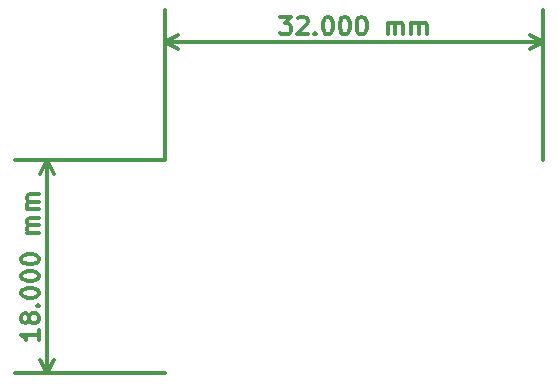
<source format=gbr>
G04 #@! TF.FileFunction,Drawing*
%FSLAX46Y46*%
G04 Gerber Fmt 4.6, Leading zero omitted, Abs format (unit mm)*
G04 Created by KiCad (PCBNEW LL-2015-09-25-git:d09c0a2-llkicadgr) date Fri 25 Sep 2015 11:15:43 PM EEST*
%MOMM*%
G01*
G04 APERTURE LIST*
%ADD10C,0.150000*%
%ADD11C,0.300000*%
G04 APERTURE END LIST*
D10*
D11*
X118328571Y-110357142D02*
X118328571Y-111214285D01*
X118328571Y-110785713D02*
X116828571Y-110785713D01*
X117042857Y-110928570D01*
X117185714Y-111071428D01*
X117257143Y-111214285D01*
X117471429Y-109499999D02*
X117400000Y-109642857D01*
X117328571Y-109714285D01*
X117185714Y-109785714D01*
X117114286Y-109785714D01*
X116971429Y-109714285D01*
X116900000Y-109642857D01*
X116828571Y-109499999D01*
X116828571Y-109214285D01*
X116900000Y-109071428D01*
X116971429Y-108999999D01*
X117114286Y-108928571D01*
X117185714Y-108928571D01*
X117328571Y-108999999D01*
X117400000Y-109071428D01*
X117471429Y-109214285D01*
X117471429Y-109499999D01*
X117542857Y-109642857D01*
X117614286Y-109714285D01*
X117757143Y-109785714D01*
X118042857Y-109785714D01*
X118185714Y-109714285D01*
X118257143Y-109642857D01*
X118328571Y-109499999D01*
X118328571Y-109214285D01*
X118257143Y-109071428D01*
X118185714Y-108999999D01*
X118042857Y-108928571D01*
X117757143Y-108928571D01*
X117614286Y-108999999D01*
X117542857Y-109071428D01*
X117471429Y-109214285D01*
X118185714Y-108285714D02*
X118257143Y-108214286D01*
X118328571Y-108285714D01*
X118257143Y-108357143D01*
X118185714Y-108285714D01*
X118328571Y-108285714D01*
X116828571Y-107285714D02*
X116828571Y-107142857D01*
X116900000Y-107000000D01*
X116971429Y-106928571D01*
X117114286Y-106857142D01*
X117400000Y-106785714D01*
X117757143Y-106785714D01*
X118042857Y-106857142D01*
X118185714Y-106928571D01*
X118257143Y-107000000D01*
X118328571Y-107142857D01*
X118328571Y-107285714D01*
X118257143Y-107428571D01*
X118185714Y-107500000D01*
X118042857Y-107571428D01*
X117757143Y-107642857D01*
X117400000Y-107642857D01*
X117114286Y-107571428D01*
X116971429Y-107500000D01*
X116900000Y-107428571D01*
X116828571Y-107285714D01*
X116828571Y-105857143D02*
X116828571Y-105714286D01*
X116900000Y-105571429D01*
X116971429Y-105500000D01*
X117114286Y-105428571D01*
X117400000Y-105357143D01*
X117757143Y-105357143D01*
X118042857Y-105428571D01*
X118185714Y-105500000D01*
X118257143Y-105571429D01*
X118328571Y-105714286D01*
X118328571Y-105857143D01*
X118257143Y-106000000D01*
X118185714Y-106071429D01*
X118042857Y-106142857D01*
X117757143Y-106214286D01*
X117400000Y-106214286D01*
X117114286Y-106142857D01*
X116971429Y-106071429D01*
X116900000Y-106000000D01*
X116828571Y-105857143D01*
X116828571Y-104428572D02*
X116828571Y-104285715D01*
X116900000Y-104142858D01*
X116971429Y-104071429D01*
X117114286Y-104000000D01*
X117400000Y-103928572D01*
X117757143Y-103928572D01*
X118042857Y-104000000D01*
X118185714Y-104071429D01*
X118257143Y-104142858D01*
X118328571Y-104285715D01*
X118328571Y-104428572D01*
X118257143Y-104571429D01*
X118185714Y-104642858D01*
X118042857Y-104714286D01*
X117757143Y-104785715D01*
X117400000Y-104785715D01*
X117114286Y-104714286D01*
X116971429Y-104642858D01*
X116900000Y-104571429D01*
X116828571Y-104428572D01*
X118328571Y-102142858D02*
X117328571Y-102142858D01*
X117471429Y-102142858D02*
X117400000Y-102071430D01*
X117328571Y-101928572D01*
X117328571Y-101714287D01*
X117400000Y-101571430D01*
X117542857Y-101500001D01*
X118328571Y-101500001D01*
X117542857Y-101500001D02*
X117400000Y-101428572D01*
X117328571Y-101285715D01*
X117328571Y-101071430D01*
X117400000Y-100928572D01*
X117542857Y-100857144D01*
X118328571Y-100857144D01*
X118328571Y-100142858D02*
X117328571Y-100142858D01*
X117471429Y-100142858D02*
X117400000Y-100071430D01*
X117328571Y-99928572D01*
X117328571Y-99714287D01*
X117400000Y-99571430D01*
X117542857Y-99500001D01*
X118328571Y-99500001D01*
X117542857Y-99500001D02*
X117400000Y-99428572D01*
X117328571Y-99285715D01*
X117328571Y-99071430D01*
X117400000Y-98928572D01*
X117542857Y-98857144D01*
X118328571Y-98857144D01*
X119000000Y-114000000D02*
X119000000Y-96000000D01*
X129000000Y-114000000D02*
X116300000Y-114000000D01*
X129000000Y-96000000D02*
X116300000Y-96000000D01*
X119000000Y-96000000D02*
X119586420Y-97126503D01*
X119000000Y-96000000D02*
X118413580Y-97126503D01*
X119000000Y-114000000D02*
X119586420Y-112873497D01*
X119000000Y-114000000D02*
X118413580Y-112873497D01*
X138714287Y-83828572D02*
X139642858Y-83828572D01*
X139142858Y-84400001D01*
X139357144Y-84400001D01*
X139500001Y-84471430D01*
X139571430Y-84542858D01*
X139642858Y-84685715D01*
X139642858Y-85042858D01*
X139571430Y-85185715D01*
X139500001Y-85257144D01*
X139357144Y-85328572D01*
X138928572Y-85328572D01*
X138785715Y-85257144D01*
X138714287Y-85185715D01*
X140214286Y-83971430D02*
X140285715Y-83900001D01*
X140428572Y-83828572D01*
X140785715Y-83828572D01*
X140928572Y-83900001D01*
X141000001Y-83971430D01*
X141071429Y-84114287D01*
X141071429Y-84257144D01*
X141000001Y-84471430D01*
X140142858Y-85328572D01*
X141071429Y-85328572D01*
X141714286Y-85185715D02*
X141785714Y-85257144D01*
X141714286Y-85328572D01*
X141642857Y-85257144D01*
X141714286Y-85185715D01*
X141714286Y-85328572D01*
X142714286Y-83828572D02*
X142857143Y-83828572D01*
X143000000Y-83900001D01*
X143071429Y-83971430D01*
X143142858Y-84114287D01*
X143214286Y-84400001D01*
X143214286Y-84757144D01*
X143142858Y-85042858D01*
X143071429Y-85185715D01*
X143000000Y-85257144D01*
X142857143Y-85328572D01*
X142714286Y-85328572D01*
X142571429Y-85257144D01*
X142500000Y-85185715D01*
X142428572Y-85042858D01*
X142357143Y-84757144D01*
X142357143Y-84400001D01*
X142428572Y-84114287D01*
X142500000Y-83971430D01*
X142571429Y-83900001D01*
X142714286Y-83828572D01*
X144142857Y-83828572D02*
X144285714Y-83828572D01*
X144428571Y-83900001D01*
X144500000Y-83971430D01*
X144571429Y-84114287D01*
X144642857Y-84400001D01*
X144642857Y-84757144D01*
X144571429Y-85042858D01*
X144500000Y-85185715D01*
X144428571Y-85257144D01*
X144285714Y-85328572D01*
X144142857Y-85328572D01*
X144000000Y-85257144D01*
X143928571Y-85185715D01*
X143857143Y-85042858D01*
X143785714Y-84757144D01*
X143785714Y-84400001D01*
X143857143Y-84114287D01*
X143928571Y-83971430D01*
X144000000Y-83900001D01*
X144142857Y-83828572D01*
X145571428Y-83828572D02*
X145714285Y-83828572D01*
X145857142Y-83900001D01*
X145928571Y-83971430D01*
X146000000Y-84114287D01*
X146071428Y-84400001D01*
X146071428Y-84757144D01*
X146000000Y-85042858D01*
X145928571Y-85185715D01*
X145857142Y-85257144D01*
X145714285Y-85328572D01*
X145571428Y-85328572D01*
X145428571Y-85257144D01*
X145357142Y-85185715D01*
X145285714Y-85042858D01*
X145214285Y-84757144D01*
X145214285Y-84400001D01*
X145285714Y-84114287D01*
X145357142Y-83971430D01*
X145428571Y-83900001D01*
X145571428Y-83828572D01*
X147857142Y-85328572D02*
X147857142Y-84328572D01*
X147857142Y-84471430D02*
X147928570Y-84400001D01*
X148071428Y-84328572D01*
X148285713Y-84328572D01*
X148428570Y-84400001D01*
X148499999Y-84542858D01*
X148499999Y-85328572D01*
X148499999Y-84542858D02*
X148571428Y-84400001D01*
X148714285Y-84328572D01*
X148928570Y-84328572D01*
X149071428Y-84400001D01*
X149142856Y-84542858D01*
X149142856Y-85328572D01*
X149857142Y-85328572D02*
X149857142Y-84328572D01*
X149857142Y-84471430D02*
X149928570Y-84400001D01*
X150071428Y-84328572D01*
X150285713Y-84328572D01*
X150428570Y-84400001D01*
X150499999Y-84542858D01*
X150499999Y-85328572D01*
X150499999Y-84542858D02*
X150571428Y-84400001D01*
X150714285Y-84328572D01*
X150928570Y-84328572D01*
X151071428Y-84400001D01*
X151142856Y-84542858D01*
X151142856Y-85328572D01*
X129000000Y-86000001D02*
X161000000Y-86000001D01*
X129000000Y-96000000D02*
X129000000Y-83300001D01*
X161000000Y-96000000D02*
X161000000Y-83300001D01*
X161000000Y-86000001D02*
X159873497Y-86586421D01*
X161000000Y-86000001D02*
X159873497Y-85413581D01*
X129000000Y-86000001D02*
X130126503Y-86586421D01*
X129000000Y-86000001D02*
X130126503Y-85413581D01*
M02*

</source>
